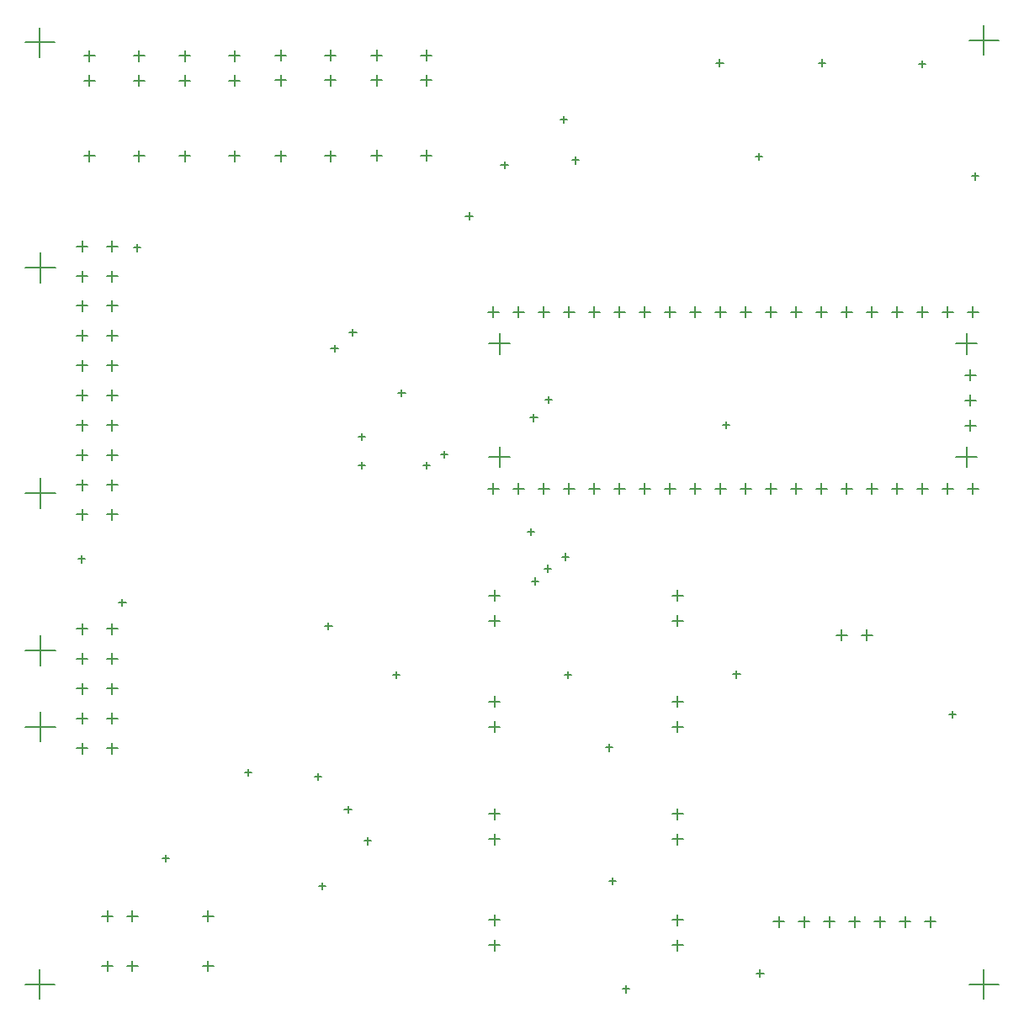
<source format=gbr>
G04*
G04 #@! TF.GenerationSoftware,Altium Limited,Altium Designer,23.4.1 (23)*
G04*
G04 Layer_Color=128*
%FSLAX44Y44*%
%MOMM*%
G71*
G04*
G04 #@! TF.SameCoordinates,D0D66092-9503-49CE-A8E5-9A8E55B049E1*
G04*
G04*
G04 #@! TF.FilePolarity,Positive*
G04*
G01*
G75*
%ADD65C,0.1270*%
D65*
X92000Y292500D02*
X103000D01*
X97500Y287000D02*
Y298000D01*
X92000Y352500D02*
X103000D01*
X97500Y347000D02*
Y358000D01*
X92000Y322500D02*
X103000D01*
X97500Y317000D02*
Y328000D01*
X92000Y382500D02*
X103000D01*
X97500Y377000D02*
Y388000D01*
X62000Y352500D02*
X73000D01*
X67500Y347000D02*
Y358000D01*
X62000Y322500D02*
X73000D01*
X67500Y317000D02*
Y328000D01*
X62000Y292500D02*
X73000D01*
X67500Y287000D02*
Y298000D01*
X62000Y262500D02*
X73000D01*
X67500Y257000D02*
Y268000D01*
X92000Y262500D02*
X103000D01*
X97500Y257000D02*
Y268000D01*
X62000Y382500D02*
X73000D01*
X67500Y377000D02*
Y388000D01*
X10650Y360900D02*
X40650D01*
X25650Y345900D02*
Y375900D01*
X10650Y283900D02*
X40650D01*
X25650Y268900D02*
Y298900D01*
X62000Y617500D02*
X73000D01*
X67500Y612000D02*
Y623000D01*
X62000Y707500D02*
X73000D01*
X67500Y702000D02*
Y713000D01*
X62000Y677500D02*
X73000D01*
X67500Y672000D02*
Y683000D01*
X62000Y767500D02*
X73000D01*
X67500Y762000D02*
Y773000D01*
X62000Y737500D02*
X73000D01*
X67500Y732000D02*
Y743000D01*
X62000Y647500D02*
X73000D01*
X67500Y642000D02*
Y653000D01*
X62000Y527500D02*
X73000D01*
X67500Y522000D02*
Y533000D01*
X62000Y497500D02*
X73000D01*
X67500Y492000D02*
Y503000D01*
X62000Y587500D02*
X73000D01*
X67500Y582000D02*
Y593000D01*
X62000Y557500D02*
X73000D01*
X67500Y552000D02*
Y563000D01*
X10650Y518900D02*
X40650D01*
X25650Y503900D02*
Y533900D01*
X10650Y745900D02*
X40650D01*
X25650Y730900D02*
Y760900D01*
X92000Y497500D02*
X103000D01*
X97500Y492000D02*
Y503000D01*
X92000Y527500D02*
X103000D01*
X97500Y522000D02*
Y533000D01*
X92000Y557500D02*
X103000D01*
X97500Y552000D02*
Y563000D01*
X92000Y587500D02*
X103000D01*
X97500Y582000D02*
Y593000D01*
X92000Y617500D02*
X103000D01*
X97500Y612000D02*
Y623000D01*
X92000Y647500D02*
X103000D01*
X97500Y642000D02*
Y653000D01*
X92000Y677500D02*
X103000D01*
X97500Y672000D02*
Y683000D01*
X92000Y707500D02*
X103000D01*
X97500Y702000D02*
Y713000D01*
X92000Y737500D02*
X103000D01*
X97500Y732000D02*
Y743000D01*
X92000Y767500D02*
X103000D01*
X97500Y762000D02*
Y773000D01*
X188500Y93250D02*
X199500D01*
X194000Y87750D02*
Y98750D01*
X112500Y93250D02*
X123500D01*
X118000Y87750D02*
Y98750D01*
X87500Y93250D02*
X98500D01*
X93000Y87750D02*
Y98750D01*
X87500Y43250D02*
X98500D01*
X93000Y37750D02*
Y48750D01*
X112500Y43250D02*
X123500D01*
X118000Y37750D02*
Y48750D01*
X188500Y43250D02*
X199500D01*
X194000Y37750D02*
Y48750D01*
X119250Y858250D02*
X130250D01*
X124750Y852750D02*
Y863750D01*
X119250Y934250D02*
X130250D01*
X124750Y928750D02*
Y939750D01*
X119250Y959250D02*
X130250D01*
X124750Y953750D02*
Y964750D01*
X69250Y959250D02*
X80250D01*
X74750Y953750D02*
Y964750D01*
X69250Y934250D02*
X80250D01*
X74750Y928750D02*
Y939750D01*
X69250Y858250D02*
X80250D01*
X74750Y852750D02*
Y863750D01*
X408500Y858750D02*
X419500D01*
X414000Y853250D02*
Y864250D01*
X408500Y934750D02*
X419500D01*
X414000Y929250D02*
Y940250D01*
X408500Y959750D02*
X419500D01*
X414000Y954250D02*
Y965250D01*
X358500Y959750D02*
X369500D01*
X364000Y954250D02*
Y965250D01*
X358500Y934750D02*
X369500D01*
X364000Y929250D02*
Y940250D01*
X358500Y858750D02*
X369500D01*
X364000Y853250D02*
Y864250D01*
X312000Y858500D02*
X323000D01*
X317500Y853000D02*
Y864000D01*
X312000Y934500D02*
X323000D01*
X317500Y929000D02*
Y940000D01*
X312000Y959500D02*
X323000D01*
X317500Y954000D02*
Y965000D01*
X262000Y959500D02*
X273000D01*
X267500Y954000D02*
Y965000D01*
X262000Y934500D02*
X273000D01*
X267500Y929000D02*
Y940000D01*
X262000Y858500D02*
X273000D01*
X267500Y853000D02*
Y864000D01*
X215500Y858250D02*
X226500D01*
X221000Y852750D02*
Y863750D01*
X215500Y934250D02*
X226500D01*
X221000Y928750D02*
Y939750D01*
X215500Y959250D02*
X226500D01*
X221000Y953750D02*
Y964750D01*
X165500Y959250D02*
X176500D01*
X171000Y953750D02*
Y964750D01*
X165500Y934250D02*
X176500D01*
X171000Y928750D02*
Y939750D01*
X165500Y858250D02*
X176500D01*
X171000Y852750D02*
Y863750D01*
X955760Y637900D02*
X966760D01*
X961260Y632400D02*
Y643400D01*
X955760Y587100D02*
X966760D01*
X961260Y581600D02*
Y592600D01*
X955760Y612500D02*
X966760D01*
X961260Y607000D02*
Y618000D01*
X653500Y701400D02*
X664500D01*
X659000Y695900D02*
Y706900D01*
X780500Y701400D02*
X791500D01*
X786000Y695900D02*
Y706900D01*
X907500Y523600D02*
X918500D01*
X913000Y518100D02*
Y529100D01*
X780500Y523600D02*
X791500D01*
X786000Y518100D02*
Y529100D01*
X475700Y701400D02*
X486700D01*
X481200Y695900D02*
Y706900D01*
X501100Y701400D02*
X512100D01*
X506600Y695900D02*
Y706900D01*
X551900Y701400D02*
X562900D01*
X557400Y695900D02*
Y706900D01*
X577300Y701400D02*
X588300D01*
X582800Y695900D02*
Y706900D01*
X602700Y701400D02*
X613700D01*
X608200Y695900D02*
Y706900D01*
X628100Y701400D02*
X639100D01*
X633600Y695900D02*
Y706900D01*
X678900Y701400D02*
X689900D01*
X684400Y695900D02*
Y706900D01*
X704300Y701400D02*
X715300D01*
X709800Y695900D02*
Y706900D01*
X729700Y701400D02*
X740700D01*
X735200Y695900D02*
Y706900D01*
X755100Y701400D02*
X766100D01*
X760600Y695900D02*
Y706900D01*
X805900Y701400D02*
X816900D01*
X811400Y695900D02*
Y706900D01*
X831300Y701400D02*
X842300D01*
X836800Y695900D02*
Y706900D01*
X856700Y701400D02*
X867700D01*
X862200Y695900D02*
Y706900D01*
X882100Y701400D02*
X893100D01*
X887600Y695900D02*
Y706900D01*
X932900Y701400D02*
X943900D01*
X938400Y695900D02*
Y706900D01*
X958300Y701400D02*
X969300D01*
X963800Y695900D02*
Y706900D01*
X958300Y523600D02*
X969300D01*
X963800Y518100D02*
Y529100D01*
X932900Y523600D02*
X943900D01*
X938400Y518100D02*
Y529100D01*
X882100Y523600D02*
X893100D01*
X887600Y518100D02*
Y529100D01*
X856700Y523600D02*
X867700D01*
X862200Y518100D02*
Y529100D01*
X831300Y523600D02*
X842300D01*
X836800Y518100D02*
Y529100D01*
X805900Y523600D02*
X816900D01*
X811400Y518100D02*
Y529100D01*
X755100Y523600D02*
X766100D01*
X760600Y518100D02*
Y529100D01*
X729700Y523600D02*
X740700D01*
X735200Y518100D02*
Y529100D01*
X704300Y523600D02*
X715300D01*
X709800Y518100D02*
Y529100D01*
X678900Y523600D02*
X689900D01*
X684400Y518100D02*
Y529100D01*
X628100Y523600D02*
X639100D01*
X633600Y518100D02*
Y529100D01*
X602700Y523600D02*
X613700D01*
X608200Y518100D02*
Y529100D01*
X577300Y523600D02*
X588300D01*
X582800Y518100D02*
Y529100D01*
X551900Y523600D02*
X562900D01*
X557400Y518100D02*
Y529100D01*
X501100Y523600D02*
X512100D01*
X506600Y518100D02*
Y529100D01*
X475700Y523600D02*
X486700D01*
X481200Y518100D02*
Y529100D01*
X526500Y523600D02*
X537500D01*
X532000Y518100D02*
Y529100D01*
X653500Y523600D02*
X664500D01*
X659000Y518100D02*
Y529100D01*
X526500Y701400D02*
X537500D01*
X532000Y695900D02*
Y706900D01*
X907500Y701400D02*
X918500D01*
X913000Y695900D02*
Y706900D01*
X477000Y196100D02*
X488000D01*
X482500Y190600D02*
Y201600D01*
X477000Y170700D02*
X488000D01*
X482500Y165200D02*
Y176200D01*
X477000Y64100D02*
X488000D01*
X482500Y58600D02*
Y69600D01*
X661000Y89500D02*
X672000D01*
X666500Y84000D02*
Y95000D01*
X661000Y64100D02*
X672000D01*
X666500Y58600D02*
Y69600D01*
X477000Y89500D02*
X488000D01*
X482500Y84000D02*
Y95000D01*
X661000Y170700D02*
X672000D01*
X666500Y165200D02*
Y176200D01*
X661000Y196100D02*
X672000D01*
X666500Y190600D02*
Y201600D01*
X661000Y415850D02*
X672000D01*
X666500Y410350D02*
Y421350D01*
X661000Y390450D02*
X672000D01*
X666500Y384950D02*
Y395950D01*
X477000Y309250D02*
X488000D01*
X482500Y303750D02*
Y314750D01*
X661000Y283850D02*
X672000D01*
X666500Y278350D02*
Y289350D01*
X661000Y309250D02*
X672000D01*
X666500Y303750D02*
Y314750D01*
X477000Y283850D02*
X488000D01*
X482500Y278350D02*
Y289350D01*
X477000Y390450D02*
X488000D01*
X482500Y384950D02*
Y395950D01*
X477000Y415850D02*
X488000D01*
X482500Y410350D02*
Y421350D01*
X890300Y88000D02*
X901300D01*
X895800Y82500D02*
Y93500D01*
X763300Y88000D02*
X774300D01*
X768800Y82500D02*
Y93500D01*
X788700Y88000D02*
X799700D01*
X794200Y82500D02*
Y93500D01*
X814100Y88000D02*
X825100D01*
X819600Y82500D02*
Y93500D01*
X839500Y88000D02*
X850500D01*
X845000Y82500D02*
Y93500D01*
X864900Y88000D02*
X875900D01*
X870400Y82500D02*
Y93500D01*
X915700Y88000D02*
X926700D01*
X921200Y82500D02*
Y93500D01*
X851700Y376000D02*
X862700D01*
X857200Y370500D02*
Y381500D01*
X826300Y376000D02*
X837300D01*
X831800Y370500D02*
Y381500D01*
X947000Y555500D02*
X968000D01*
X957500Y545000D02*
Y566000D01*
X477000Y669500D02*
X498000D01*
X487500Y659000D02*
Y680000D01*
X947000Y669500D02*
X968000D01*
X957500Y659000D02*
Y680000D01*
X477000Y555500D02*
X498000D01*
X487500Y545000D02*
Y566000D01*
X552944Y336000D02*
X560056D01*
X556500Y332444D02*
Y339556D01*
X305694Y123500D02*
X312806D01*
X309250Y119944D02*
Y127056D01*
X711944Y587500D02*
X719056D01*
X715500Y583944D02*
Y591056D01*
X428194Y558000D02*
X435306D01*
X431750Y554444D02*
Y561556D01*
X410444Y547150D02*
X417556D01*
X414000Y543594D02*
Y550706D01*
X345444Y547150D02*
X352556D01*
X349000Y543594D02*
Y550706D01*
X345444Y575627D02*
X352556D01*
X349000Y572071D02*
Y579183D01*
X311881Y385164D02*
X318993D01*
X315437Y381608D02*
Y388720D01*
X379964Y336020D02*
X387076D01*
X383520Y332464D02*
Y339576D01*
X745194Y857750D02*
X752306D01*
X748750Y854194D02*
Y861306D01*
X488944Y849250D02*
X496056D01*
X492500Y845694D02*
Y852806D01*
X962694Y838000D02*
X969806D01*
X966250Y834444D02*
Y841556D01*
X597694Y128750D02*
X604806D01*
X601250Y125194D02*
Y132306D01*
X63194Y452750D02*
X70306D01*
X66750Y449194D02*
Y456306D01*
X317944Y664750D02*
X325056D01*
X321500Y661194D02*
Y668306D01*
X560444Y854000D02*
X567556D01*
X564000Y850444D02*
Y857556D01*
X519944Y430500D02*
X527056D01*
X523500Y426944D02*
Y434056D01*
X532444Y443150D02*
X539556D01*
X536000Y439594D02*
Y446706D01*
X148214Y151770D02*
X155326D01*
X151770Y148214D02*
Y155326D01*
X909444Y951000D02*
X916556D01*
X913000Y947444D02*
Y954556D01*
X705444Y952000D02*
X712556D01*
X709000Y948444D02*
Y955556D01*
X104444Y409000D02*
X111556D01*
X108000Y405444D02*
Y412556D01*
X453444Y798000D02*
X460556D01*
X457000Y794444D02*
Y801556D01*
X939444Y296500D02*
X946556D01*
X943000Y292944D02*
Y300056D01*
X331444Y200500D02*
X338556D01*
X335000Y196944D02*
Y204056D01*
X301444Y234000D02*
X308556D01*
X305000Y230444D02*
Y237556D01*
X351444Y169000D02*
X358556D01*
X355000Y165444D02*
Y172556D01*
X10000Y25000D02*
X40000D01*
X25000Y10000D02*
Y40000D01*
X746194Y36000D02*
X753306D01*
X749750Y32444D02*
Y39556D01*
X230944Y238000D02*
X238056D01*
X234500Y234444D02*
Y241556D01*
X722444Y336750D02*
X729556D01*
X726000Y333194D02*
Y340306D01*
X119444Y766000D02*
X126556D01*
X123000Y762444D02*
Y769556D01*
X515444Y480000D02*
X522556D01*
X519000Y476444D02*
Y483556D01*
X385444Y620000D02*
X392556D01*
X389000Y616444D02*
Y623556D01*
X336444Y681000D02*
X343556D01*
X340000Y677444D02*
Y684556D01*
X518444Y595000D02*
X525556D01*
X522000Y591444D02*
Y598556D01*
X533444Y613000D02*
X540556D01*
X537000Y609444D02*
Y616556D01*
X550444Y455000D02*
X557556D01*
X554000Y451444D02*
Y458556D01*
X548444Y895000D02*
X555556D01*
X552000Y891444D02*
Y898556D01*
X594444Y263000D02*
X601556D01*
X598000Y259444D02*
Y266556D01*
X808444Y952000D02*
X815556D01*
X812000Y948444D02*
Y955556D01*
X611444Y20000D02*
X618556D01*
X615000Y16444D02*
Y23556D01*
X10000Y972500D02*
X40000D01*
X25000Y957500D02*
Y987500D01*
X960000Y25000D02*
X990000D01*
X975000Y10000D02*
Y40000D01*
X960000Y975000D02*
X990000D01*
X975000Y960000D02*
Y990000D01*
M02*

</source>
